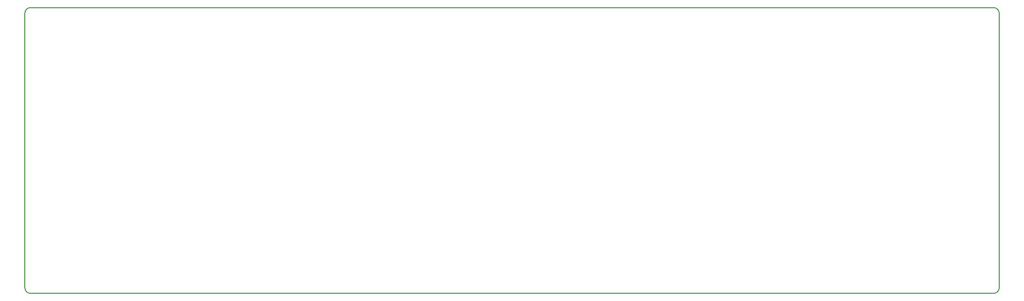
<source format=gm1>
G04 #@! TF.GenerationSoftware,KiCad,Pcbnew,(5.1.2)-1*
G04 #@! TF.CreationDate,2019-05-27T01:30:26-07:00*
G04 #@! TF.ProjectId,ssk-controller,73736b2d-636f-46e7-9472-6f6c6c65722e,rev?*
G04 #@! TF.SameCoordinates,Original*
G04 #@! TF.FileFunction,Profile,NP*
%FSLAX46Y46*%
G04 Gerber Fmt 4.6, Leading zero omitted, Abs format (unit mm)*
G04 Created by KiCad (PCBNEW (5.1.2)-1) date 2019-05-27 01:30:26*
%MOMM*%
%LPD*%
G04 APERTURE LIST*
%ADD10C,0.150000*%
G04 APERTURE END LIST*
D10*
X260000000Y-99000000D02*
G75*
G02X259000000Y-100000000I-1000000J0D01*
G01*
X260000000Y-99000000D02*
X260000000Y-51000000D01*
X239000000Y-100000000D02*
X259000000Y-100000000D01*
X259000000Y-50000000D02*
X239000000Y-50000000D01*
X259000000Y-50000000D02*
G75*
G02X260000000Y-51000000I0J-1000000D01*
G01*
X121000000Y-50000000D02*
X91000000Y-50000000D01*
X91000000Y-100000000D02*
X239000000Y-100000000D01*
X90000000Y-51000000D02*
X90000000Y-99000000D01*
X239000000Y-50000000D02*
X121000000Y-50000000D01*
X91000000Y-100000000D02*
G75*
G02X90000000Y-99000000I0J1000000D01*
G01*
X90000000Y-51000000D02*
G75*
G02X91000000Y-50000000I1000000J0D01*
G01*
M02*

</source>
